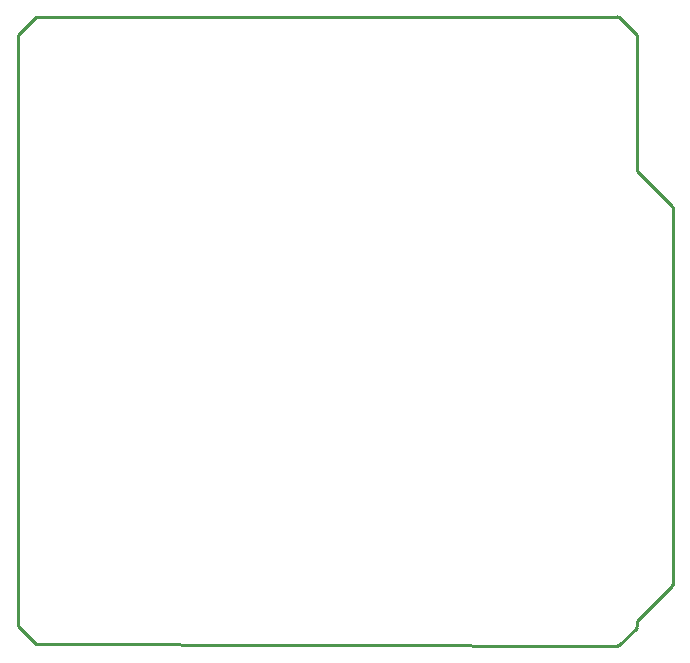
<source format=gko>
G04 Layer: BoardOutlineLayer*
G04 EasyEDA v6.5.44, 2024-08-23 15:43:18*
G04 30d174a4fb68472d9a5c4a5b8d6f4b16,2865ae9118a24060a17af6d01c9bcc73,10*
G04 Gerber Generator version 0.2*
G04 Scale: 100 percent, Rotated: No, Reflected: No *
G04 Dimensions in millimeters *
G04 leading zeros omitted , absolute positions ,4 integer and 5 decimal *
%FSLAX45Y45*%
%MOMM*%

%ADD10C,0.2540*%
D10*
X-2594244Y1869805D02*
G01*
X-2746644Y1869805D01*
X-2899044Y1717405D01*
X-2899044Y-3286368D01*
X-2746644Y-3438794D01*
X2639095Y270240D02*
G01*
X2639146Y270215D01*
X2342880Y566480D01*
X2342880Y1691065D01*
X2342880Y1711208D01*
X-2746656Y-3438804D02*
G01*
X2180142Y-3451542D01*
X2642882Y-2938805D02*
G01*
X2642882Y261198D01*
X2189192Y-3447768D02*
G01*
X2189149Y-3447811D01*
X2339152Y-3297809D01*
X2339108Y-3297852D01*
X2180142Y1873920D02*
G01*
X-2594256Y1869795D01*
X-2568856Y1869795D01*
X2342883Y-3288802D02*
G01*
X2342883Y-3244080D01*
X2639151Y-2947812D01*
X2639108Y-2947855D01*
X2339152Y1720204D02*
G01*
X2189149Y1870202D01*
G75*
G01*
X2189150Y1870202D02*
G03*
X2180143Y1873933I-9008J-9007D01*
G75*
G01*
X2342883Y1711198D02*
G03*
X2339152Y1720205I-12738J-1D01*
G75*
G01*
X2642883Y261198D02*
G03*
X2639108Y270248I-12738J0D01*
G75*
G01*
X2639108Y-2947855D02*
G03*
X2642883Y-2938805I-8963J9050D01*
G75*
G01*
X2339109Y-3297852D02*
G03*
X2342883Y-3288802I-8964J9050D01*
G75*
G01*
X2180143Y-3451543D02*
G03*
X2189193Y-3447768I-1J12739D01*

%LPD*%
M02*

</source>
